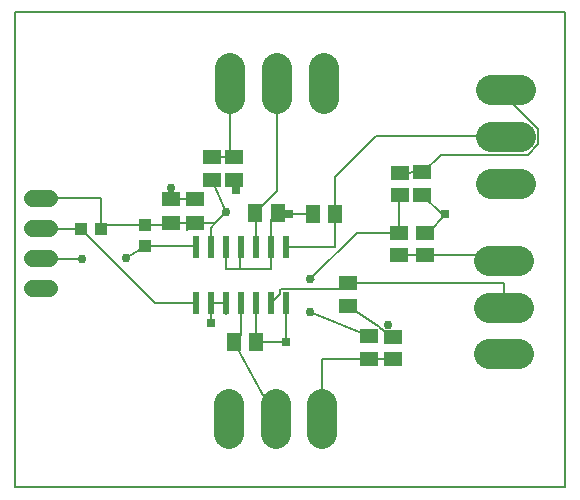
<source format=gtl>
G75*
%MOIN*%
%OFA0B0*%
%FSLAX25Y25*%
%IPPOS*%
%LPD*%
%AMOC8*
5,1,8,0,0,1.08239X$1,22.5*
%
%ADD10C,0.00600*%
%ADD11C,0.10039*%
%ADD12R,0.03937X0.04331*%
%ADD13R,0.04331X0.03937*%
%ADD14R,0.05906X0.05118*%
%ADD15R,0.02200X0.07800*%
%ADD16C,0.05600*%
%ADD17R,0.06299X0.05118*%
%ADD18R,0.05118X0.05906*%
%ADD19C,0.02978*%
%ADD20R,0.02978X0.02978*%
D10*
X0035757Y0001300D02*
X0035757Y0159568D01*
X0219221Y0159568D01*
X0219221Y0001300D01*
X0035757Y0001300D01*
X0108788Y0049725D02*
X0122725Y0024017D01*
X0138316Y0024017D02*
X0138316Y0044056D01*
X0153828Y0044056D01*
X0161702Y0044056D01*
X0161712Y0044055D01*
X0161722Y0044051D01*
X0161730Y0044045D01*
X0161736Y0044037D01*
X0161740Y0044027D01*
X0161741Y0044017D01*
X0161741Y0051497D02*
X0161446Y0051792D01*
X0157680Y0054344D01*
X0157680Y0054468D01*
X0157153Y0054995D01*
X0156720Y0054995D01*
X0146780Y0061733D01*
X0145076Y0067509D02*
X0124559Y0067509D01*
X0124032Y0066981D01*
X0124032Y0065709D01*
X0121032Y0062709D01*
X0116032Y0062709D02*
X0116032Y0050355D01*
X0116269Y0050119D01*
X0116269Y0052284D01*
X0116269Y0050119D02*
X0116269Y0049725D01*
X0126308Y0049725D01*
X0126308Y0062433D01*
X0126032Y0062709D01*
X0134182Y0059568D02*
X0153828Y0051536D01*
X0160560Y0052678D02*
X0161446Y0051792D01*
X0145076Y0067509D02*
X0146780Y0069213D01*
X0198985Y0069213D01*
X0198985Y0061143D01*
X0198985Y0076733D02*
X0198985Y0078662D01*
X0172371Y0078662D01*
X0163749Y0078702D01*
X0163749Y0086182D02*
X0149772Y0086182D01*
X0134182Y0070591D01*
X0135363Y0070591D01*
X0121114Y0074134D02*
X0110954Y0074134D01*
X0106032Y0074134D01*
X0106032Y0081309D01*
X0110954Y0081230D02*
X0110954Y0074135D01*
X0110953Y0074135D02*
X0110953Y0074135D01*
X0110954Y0074134D01*
X0110954Y0074134D01*
X0110953Y0081230D02*
X0110955Y0081245D01*
X0110959Y0081260D01*
X0110966Y0081274D01*
X0110976Y0081286D01*
X0110988Y0081296D01*
X0111002Y0081303D01*
X0111017Y0081307D01*
X0111032Y0081309D01*
X0116032Y0081309D02*
X0116032Y0092481D01*
X0115875Y0092639D01*
X0123198Y0099961D01*
X0123198Y0135867D01*
X0107607Y0135867D02*
X0107607Y0112717D01*
X0107609Y0112645D01*
X0107615Y0112573D01*
X0107624Y0112501D01*
X0107637Y0112430D01*
X0107654Y0112360D01*
X0107674Y0112291D01*
X0107699Y0112223D01*
X0107726Y0112157D01*
X0107757Y0112091D01*
X0107792Y0112028D01*
X0107829Y0111966D01*
X0107870Y0111907D01*
X0107914Y0111850D01*
X0107961Y0111795D01*
X0108011Y0111743D01*
X0108063Y0111693D01*
X0108118Y0111646D01*
X0108175Y0111602D01*
X0108234Y0111561D01*
X0108296Y0111524D01*
X0108359Y0111489D01*
X0108425Y0111458D01*
X0108491Y0111431D01*
X0108559Y0111406D01*
X0108628Y0111386D01*
X0108698Y0111369D01*
X0108769Y0111356D01*
X0108841Y0111347D01*
X0108913Y0111341D01*
X0108985Y0111339D01*
X0108984Y0111329D01*
X0108980Y0111320D01*
X0108974Y0111311D01*
X0108966Y0111305D01*
X0108956Y0111301D01*
X0108946Y0111300D01*
X0101583Y0111300D01*
X0101583Y0103820D02*
X0106229Y0093032D01*
X0102568Y0089371D01*
X0095914Y0089371D01*
X0093206Y0087119D01*
X0095914Y0089371D02*
X0088119Y0089371D01*
X0087725Y0089371D01*
X0088119Y0089371D02*
X0088117Y0089315D01*
X0088111Y0089258D01*
X0088102Y0089203D01*
X0088088Y0089148D01*
X0088071Y0089094D01*
X0088051Y0089042D01*
X0088026Y0088991D01*
X0087999Y0088941D01*
X0087968Y0088894D01*
X0087934Y0088849D01*
X0087896Y0088807D01*
X0087856Y0088767D01*
X0087814Y0088729D01*
X0087769Y0088695D01*
X0087722Y0088664D01*
X0087672Y0088637D01*
X0087621Y0088612D01*
X0087569Y0088592D01*
X0087515Y0088575D01*
X0087460Y0088561D01*
X0087405Y0088552D01*
X0087348Y0088546D01*
X0087292Y0088544D01*
X0079143Y0088544D01*
X0065914Y0088544D01*
X0064654Y0087284D01*
X0064654Y0097835D01*
X0044300Y0097835D01*
X0044300Y0087835D02*
X0044300Y0087284D01*
X0057961Y0087284D01*
X0082537Y0062709D01*
X0096032Y0062709D01*
X0101032Y0062709D02*
X0101032Y0056024D01*
X0101111Y0056024D01*
X0106032Y0058977D02*
X0106032Y0062709D01*
X0101032Y0062709D01*
X0111032Y0062709D02*
X0111032Y0051969D01*
X0108788Y0049725D01*
X0126308Y0049725D02*
X0126308Y0050843D01*
X0121114Y0074134D02*
X0121032Y0081309D01*
X0121032Y0090316D01*
X0123355Y0092639D01*
X0127095Y0092245D02*
X0135166Y0092245D01*
X0142646Y0092245D02*
X0142646Y0104646D01*
X0156229Y0118229D01*
X0199261Y0118229D01*
X0199379Y0118111D01*
X0206850Y0112191D02*
X0177869Y0112191D01*
X0171898Y0106221D01*
X0171583Y0106221D01*
X0164221Y0106103D01*
X0164221Y0098623D02*
X0163749Y0098623D01*
X0163749Y0086182D01*
X0162227Y0086724D01*
X0162235Y0086801D01*
X0162235Y0086339D01*
X0172371Y0086143D02*
X0173946Y0086143D01*
X0179064Y0092245D01*
X0178080Y0092245D01*
X0171583Y0098741D01*
X0142646Y0092245D02*
X0142646Y0081309D01*
X0126032Y0081309D01*
X0102568Y0089371D02*
X0101032Y0087835D01*
X0101032Y0081309D01*
X0096032Y0081309D02*
X0096032Y0081851D01*
X0079457Y0081851D01*
X0072765Y0077678D01*
X0079143Y0081851D02*
X0079457Y0081851D01*
X0058198Y0077284D02*
X0044851Y0077284D01*
X0044300Y0077835D01*
X0087725Y0097245D02*
X0087725Y0100906D01*
X0087725Y0097245D02*
X0095914Y0097245D01*
X0199379Y0131502D02*
X0210318Y0120563D01*
X0210318Y0115659D01*
X0206850Y0112191D01*
X0199379Y0131502D02*
X0199379Y0133702D01*
D11*
X0204398Y0133702D02*
X0194359Y0133702D01*
X0194359Y0118111D02*
X0204398Y0118111D01*
X0204398Y0102520D02*
X0194359Y0102520D01*
X0193965Y0076733D02*
X0204005Y0076733D01*
X0204005Y0061143D02*
X0193965Y0061143D01*
X0193965Y0045552D02*
X0204005Y0045552D01*
X0138316Y0029036D02*
X0138316Y0018997D01*
X0122725Y0018997D02*
X0122725Y0029036D01*
X0107135Y0029036D02*
X0107135Y0018997D01*
X0107607Y0130847D02*
X0107607Y0140887D01*
X0123198Y0140887D02*
X0123198Y0130847D01*
X0138788Y0130847D02*
X0138788Y0140887D01*
D12*
X0079143Y0088544D03*
X0079143Y0081851D03*
D13*
X0064654Y0087284D03*
X0057961Y0087284D03*
D14*
X0101583Y0103820D03*
X0108985Y0103859D03*
X0108985Y0111339D03*
X0101583Y0111300D03*
X0164221Y0106103D03*
X0171583Y0106221D03*
X0171583Y0098741D03*
X0164221Y0098623D03*
X0163749Y0086182D03*
X0172371Y0086143D03*
X0172371Y0078662D03*
X0163749Y0078702D03*
X0146780Y0069213D03*
X0146780Y0061733D03*
X0153828Y0051536D03*
X0161741Y0051497D03*
X0161741Y0044017D03*
X0153828Y0044056D03*
D15*
X0126032Y0062709D03*
X0121032Y0062709D03*
X0116032Y0062709D03*
X0111032Y0062709D03*
X0106032Y0062709D03*
X0101032Y0062709D03*
X0096032Y0062709D03*
X0096032Y0081309D03*
X0101032Y0081309D03*
X0106032Y0081309D03*
X0111032Y0081309D03*
X0116032Y0081309D03*
X0121032Y0081309D03*
X0126032Y0081309D03*
D16*
X0047100Y0077835D02*
X0041500Y0077835D01*
X0041500Y0067835D02*
X0047100Y0067835D01*
X0047100Y0087835D02*
X0041500Y0087835D01*
X0041500Y0097835D02*
X0047100Y0097835D01*
D17*
X0087725Y0097245D03*
X0095914Y0097245D03*
X0095914Y0089371D03*
X0087725Y0089371D03*
D18*
X0115875Y0092639D03*
X0123355Y0092639D03*
X0135166Y0092245D03*
X0142646Y0092245D03*
X0116269Y0049725D03*
X0108788Y0049725D03*
D19*
X0134182Y0059568D03*
X0134182Y0070591D03*
X0160166Y0055237D03*
X0106229Y0093032D03*
X0087725Y0100906D03*
X0072765Y0077678D03*
X0058198Y0077284D03*
D20*
X0101111Y0056024D03*
X0126308Y0049725D03*
X0127095Y0092245D03*
X0109379Y0100513D03*
X0179064Y0092245D03*
M02*

</source>
